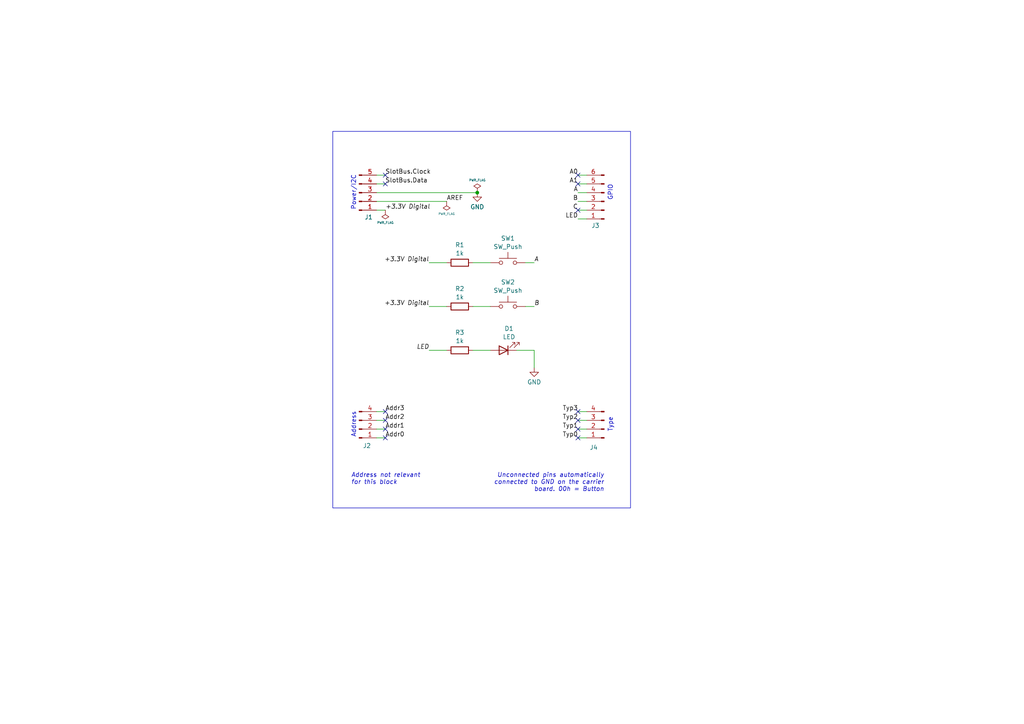
<source format=kicad_sch>
(kicad_sch (version 20250114) (generator "eeschema") (generator_version "9.0")
  (paper "A4")
  (title_block (title "Modular Music Controller / Block / Two Switches (Vertical)") (date "2025-12-01") (rev "1") (company "Dennis Schulmeister-Zimolong"))
  (lib_symbols
    (symbol "Connector:Conn_01x04_Pin" (pin_names (offset 1.016) (hide yes))
      (property "Reference" "J" (at 0 5.08 0))
      (property "Value" "Conn_01x04_Pin" (at 0 -7.62 0))
      (symbol "Conn_01x04_Pin_1_1"
        (rectangle (start 0.8636 2.667) (end 0 2.413) (stroke (width 0.1524)) (fill (type outline)))
        (rectangle (start 0.8636 0.127) (end 0 -0.127) (stroke (width 0.1524)) (fill (type outline)))
        (rectangle (start 0.8636 -2.413) (end 0 -2.667) (stroke (width 0.1524)) (fill (type outline)))
        (rectangle (start 0.8636 -4.953) (end 0 -5.207) (stroke (width 0.1524)) (fill (type outline)))
        (polyline (pts (xy 1.27 2.54) (xy 0.8636 2.54)) (stroke (width 0.1524)))
        (polyline (pts (xy 1.27 0) (xy 0.8636 0)) (stroke (width 0.1524)))
        (polyline (pts (xy 1.27 -2.54) (xy 0.8636 -2.54)) (stroke (width 0.1524)))
        (polyline (pts (xy 1.27 -5.08) (xy 0.8636 -5.08)) (stroke (width 0.1524)))
        (pin passive line (at 5.08 2.54 180) (length 3.81) (name "Pin_1") (number "1"))
        (pin passive line (at 5.08 0 180) (length 3.81) (name "Pin_2") (number "2"))
        (pin passive line (at 5.08 -2.54 180) (length 3.81) (name "Pin_3") (number "3"))
        (pin passive line (at 5.08 -5.08 180) (length 3.81) (name "Pin_4") (number "4"))
      )
    )
    (symbol "Connector:Conn_01x05_Pin" (pin_names (offset 1.016) (hide yes))
      (property "Reference" "J" (at 0 7.62 0))
      (property "Value" "Conn_01x05_Pin" (at 0 -7.62 0))
      (symbol "Conn_01x05_Pin_1_1"
        (rectangle (start 0.8636 5.207) (end 0 4.953) (stroke (width 0.1524)) (fill (type outline)))
        (rectangle (start 0.8636 2.667) (end 0 2.413) (stroke (width 0.1524)) (fill (type outline)))
        (rectangle (start 0.8636 0.127) (end 0 -0.127) (stroke (width 0.1524)) (fill (type outline)))
        (rectangle (start 0.8636 -2.413) (end 0 -2.667) (stroke (width 0.1524)) (fill (type outline)))
        (rectangle (start 0.8636 -4.953) (end 0 -5.207) (stroke (width 0.1524)) (fill (type outline)))
        (polyline (pts (xy 1.27 5.08) (xy 0.8636 5.08)) (stroke (width 0.1524)))
        (polyline (pts (xy 1.27 2.54) (xy 0.8636 2.54)) (stroke (width 0.1524)))
        (polyline (pts (xy 1.27 0) (xy 0.8636 0)) (stroke (width 0.1524)))
        (polyline (pts (xy 1.27 -2.54) (xy 0.8636 -2.54)) (stroke (width 0.1524)))
        (polyline (pts (xy 1.27 -5.08) (xy 0.8636 -5.08)) (stroke (width 0.1524)))
        (pin passive line (at 5.08 5.08 180) (length 3.81) (name "Pin_1") (number "1"))
        (pin passive line (at 5.08 2.54 180) (length 3.81) (name "Pin_2") (number "2"))
        (pin passive line (at 5.08 0 180) (length 3.81) (name "Pin_3") (number "3"))
        (pin passive line (at 5.08 -2.54 180) (length 3.81) (name "Pin_4") (number "4"))
        (pin passive line (at 5.08 -5.08 180) (length 3.81) (name "Pin_5") (number "5"))
      )
    )
    (symbol "Connector:Conn_01x06_Pin" (pin_names (offset 1.016) (hide yes))
      (property "Reference" "J" (at 0 7.62 0))
      (property "Value" "Conn_01x06_Pin" (at 0 -10.16 0))
      (symbol "Conn_01x06_Pin_1_1"
        (rectangle (start 0.8636 5.207) (end 0 4.953) (stroke (width 0.1524)) (fill (type outline)))
        (rectangle (start 0.8636 2.667) (end 0 2.413) (stroke (width 0.1524)) (fill (type outline)))
        (rectangle (start 0.8636 0.127) (end 0 -0.127) (stroke (width 0.1524)) (fill (type outline)))
        (rectangle (start 0.8636 -2.413) (end 0 -2.667) (stroke (width 0.1524)) (fill (type outline)))
        (rectangle (start 0.8636 -4.953) (end 0 -5.207) (stroke (width 0.1524)) (fill (type outline)))
        (rectangle (start 0.8636 -7.493) (end 0 -7.747) (stroke (width 0.1524)) (fill (type outline)))
        (polyline (pts (xy 1.27 5.08) (xy 0.8636 5.08)) (stroke (width 0.1524)))
        (polyline (pts (xy 1.27 2.54) (xy 0.8636 2.54)) (stroke (width 0.1524)))
        (polyline (pts (xy 1.27 0) (xy 0.8636 0)) (stroke (width 0.1524)))
        (polyline (pts (xy 1.27 -2.54) (xy 0.8636 -2.54)) (stroke (width 0.1524)))
        (polyline (pts (xy 1.27 -5.08) (xy 0.8636 -5.08)) (stroke (width 0.1524)))
        (polyline (pts (xy 1.27 -7.62) (xy 0.8636 -7.62)) (stroke (width 0.1524)))
        (pin passive line (at 5.08 5.08 180) (length 3.81) (name "Pin_1") (number "1"))
        (pin passive line (at 5.08 2.54 180) (length 3.81) (name "Pin_2") (number "2"))
        (pin passive line (at 5.08 0 180) (length 3.81) (name "Pin_3") (number "3"))
        (pin passive line (at 5.08 -2.54 180) (length 3.81) (name "Pin_4") (number "4"))
        (pin passive line (at 5.08 -5.08 180) (length 3.81) (name "Pin_5") (number "5"))
        (pin passive line (at 5.08 -7.62 180) (length 3.81) (name "Pin_6") (number "6"))
      )
    )
    (symbol "Device:LED" (pin_numbers (hide yes)) (pin_names (offset 1.016) (hide yes))
      (property "Reference" "D" (at 0 2.54 0))
      (property "Value" "LED" (at 0 -2.54 0))
      (symbol "LED_0_1"
        (polyline (pts (xy -3.048 -0.762) (xy -4.572 -2.286) (xy -3.81 -2.286) (xy -4.572 -2.286) (xy -4.572 -1.524)))
        (polyline (pts (xy -1.778 -0.762) (xy -3.302 -2.286) (xy -2.54 -2.286) (xy -3.302 -2.286) (xy -3.302 -1.524)))
        (polyline (pts (xy -1.27 0) (xy 1.27 0)))
        (polyline (pts (xy -1.27 -1.27) (xy -1.27 1.27)) (stroke (width 0.254)))
        (polyline (pts (xy 1.27 -1.27) (xy 1.27 1.27) (xy -1.27 0) (xy 1.27 -1.27)) (stroke (width 0.254)))
      )
      (symbol "LED_1_1"
        (pin passive line (at -3.81 0 0) (length 2.54) (name "K") (number "1"))
        (pin passive line (at 3.81 0 180) (length 2.54) (name "A") (number "2"))
      )
    )
    (symbol "Device:R" (pin_numbers (hide yes)) (pin_names (offset 0))
      (property "Reference" "R" (at 2.032 0 90))
      (property "Value" "R" (at 0 0 90))
      (symbol "R_0_1"
        (rectangle (start -1.016 -2.54) (end 1.016 2.54) (stroke (width 0.254)))
      )
      (symbol "R_1_1"
        (pin passive line (at 0 3.81 270) (length 1.27) (name "~") (number "1"))
        (pin passive line (at 0 -3.81 90) (length 1.27) (name "~") (number "2"))
      )
    )
    (symbol "Switch:SW_Push" (pin_numbers (hide yes)) (pin_names (offset 1.016) (hide yes))
      (property "Reference" "SW" (at 1.27 2.54 0))
      (property "Value" "SW_Push" (at 0 -1.524 0))
      (symbol "SW_Push_0_1"
        (circle (center -2.032 0) (radius 0.508))
        (polyline (pts (xy 0 1.27) (xy 0 3.048)))
        (circle (center 2.032 0) (radius 0.508))
        (polyline (pts (xy 2.54 1.27) (xy -2.54 1.27)))
        (pin passive line (at -5.08 0 0) (length 2.54) (name "1") (number "1"))
        (pin passive line (at 5.08 0 180) (length 2.54) (name "2") (number "2"))
      )
    )
    (symbol "power:GND" (power) (pin_numbers (hide yes)) (pin_names (offset 0) (hide yes))
      (property "Value" "GND" (at 0 -3.81 0))
      (symbol "GND_0_1"
        (polyline (pts (xy 0 0) (xy 0 -1.27) (xy 1.27 -1.27) (xy 0 -2.54) (xy -1.27 -1.27) (xy 0 -1.27)))
      )
      (symbol "GND_1_1"
        (pin power_in line (at 0 0 270) (length 0) (name "~") (number "1"))
      )
    )
    (symbol "power:PWR_FLAG" (power) (pin_numbers (hide yes)) (pin_names (offset 0) (hide yes))
      (property "Value" "PWR_FLAG" (at 0 3.81 0))
      (symbol "PWR_FLAG_0_0"
        (pin power_out line (at 0 0 90) (length 0) (name "~") (number "1"))
      )
      (symbol "PWR_FLAG_0_1"
        (polyline (pts (xy 0 0) (xy 0 1.27) (xy -1.016 1.905) (xy 0 2.54) (xy 1.016 1.905) (xy 0 1.27)))
      )
    )
  )
  (rectangle (start 96.52 38.1) (end 182.88 147.32))
  (text "Unconnected pins automatically\nconnected to GND on the carrier\nboard. 00h = Button" (at 175.26 137.16 0) (effects (font (size 1.27 1.27) (italic yes)) (justify right top)))
  (text "GPIO" (at 177.8 55.88 90) (effects (font (size 1.27 1.27)) (justify bottom)))
  (text "Type" (at 177.8 123.19 90) (effects (font (size 1.27 1.27)) (justify bottom)))
  (text "Address not relevant\nfor this block" (at 101.854 137.16 0) (effects (font (size 1.27 1.27) (italic yes)) (justify left top)))
  (text "Address" (at 101.854 123.19 90) (effects (font (size 1.27 1.27)) (justify top)))
  (text "Power/I2C" (at 101.854 55.88 90) (effects (font (size 1.27 1.27)) (justify top)))
  (junction (at 138.43 55.88))
  (no_connect (at 167.64 53.34))
  (no_connect (at 111.76 127))
  (no_connect (at 167.64 124.46))
  (no_connect (at 111.76 50.8))
  (no_connect (at 111.76 124.46))
  (no_connect (at 167.64 50.8))
  (no_connect (at 111.76 53.34))
  (no_connect (at 111.76 119.38))
  (no_connect (at 167.64 119.38))
  (no_connect (at 167.64 60.96))
  (no_connect (at 167.64 121.92))
  (no_connect (at 167.64 127))
  (no_connect (at 111.76 121.92))
  (wire (pts (xy 111.76 119.38) (xy 109.22 119.38)))
  (wire (pts (xy 109.22 60.96) (xy 111.76 60.96)))
  (wire (pts (xy 111.76 121.92) (xy 109.22 121.92)))
  (wire (pts (xy 167.64 124.46) (xy 170.18 124.46)))
  (wire (pts (xy 167.64 60.96) (xy 170.18 60.96)))
  (wire (pts (xy 124.46 76.2) (xy 129.54 76.2)))
  (wire (pts (xy 137.16 101.6) (xy 142.24 101.6)))
  (wire (pts (xy 111.76 124.46) (xy 109.22 124.46)))
  (wire (pts (xy 167.64 121.92) (xy 170.18 121.92)))
  (wire (pts (xy 154.94 88.9) (xy 152.4 88.9)))
  (wire (pts (xy 167.64 53.34) (xy 170.18 53.34)))
  (wire (pts (xy 167.64 127) (xy 170.18 127)))
  (wire (pts (xy 167.64 55.88) (xy 170.18 55.88)))
  (wire (pts (xy 137.16 76.2) (xy 142.24 76.2)))
  (wire (pts (xy 167.64 58.42) (xy 170.18 58.42)))
  (wire (pts (xy 109.22 55.88) (xy 138.43 55.88)))
  (wire (pts (xy 109.22 50.8) (xy 111.76 50.8)))
  (wire (pts (xy 137.16 88.9) (xy 142.24 88.9)))
  (wire (pts (xy 124.46 88.9) (xy 129.54 88.9)))
  (wire (pts (xy 109.22 58.42) (xy 129.54 58.42)))
  (wire (pts (xy 111.76 127) (xy 109.22 127)))
  (wire (pts (xy 154.94 76.2) (xy 152.4 76.2)))
  (wire (pts (xy 167.64 50.8) (xy 170.18 50.8)))
  (wire (pts (xy 124.46 101.6) (xy 129.54 101.6)))
  (wire (pts (xy 109.22 53.34) (xy 111.76 53.34)))
  (wire (pts (xy 149.86 101.6) (xy 154.94 101.6)))
  (wire (pts (xy 154.94 101.6) (xy 154.94 106.68)))
  (wire (pts (xy 167.64 119.38) (xy 170.18 119.38)))
  (wire (pts (xy 167.64 63.5) (xy 170.18 63.5)))
  (label "B" (at 167.64 58.42 180))
  (label "C" (at 167.64 60.96 180))
  (label "SlotBus.Data" (at 111.76 53.34 0))
  (label "SlotBus.Clock" (at 111.76 50.8 0))
  (label "B" (at 154.94 88.9 0) (effects (font (italic yes))))
  (label "A" (at 167.64 55.88 180))
  (label "A1" (at 167.64 53.34 180))
  (label "A0" (at 167.64 50.8 180))
  (label "LED" (at 167.64 63.5 180))
  (label "A" (at 154.94 76.2 0) (effects (font (italic yes))))
  (label "LED" (at 124.46 101.6 180) (effects (font (italic yes))))
  (label "+3.3V Digital" (at 111.76 60.96 0) (effects (font (italic yes))))
  (label "+3.3V Digital" (at 124.46 88.9 180) (effects (font (italic yes))))
  (label "Typ1" (at 167.64 124.46 180))
  (label "Typ0" (at 167.64 127 180))
  (label "Typ2" (at 167.64 121.92 180))
  (label "Typ3" (at 167.64 119.38 180))
  (label "AREF" (at 129.54 58.42 0))
  (label "Addr2" (at 111.76 121.92 0))
  (label "Addr1" (at 111.76 124.46 0))
  (label "Addr0" (at 111.76 127 0))
  (label "Addr3" (at 111.76 119.38 0))
  (label "+3.3V Digital" (at 124.46 76.2 180) (effects (font (italic yes))))
  (symbol (lib_id "Device:R") (at 133.35 101.6 90) (unit 1)
    (property "Reference" "R3" (at 133.35 96.4395 90))
    (property "Value" "1k" (at 133.35 98.8638 90))
    (property "Footprint" "Resistor_SMD:R_0402_1005Metric" (effects (hide yes)))
    (property "Description" "Resistor" (effects (hide yes)))
  )
  (symbol (lib_id "Connector:Conn_01x04_Pin") (at 175.26 124.46 180) (unit 1)
    (property "Reference" "J4" (at 172.212 129.794 0))
    (property "Value" "Samtec MTMS-104-02-T-S-100" (effects (hide yes)))
    (property "Footprint" "Connector_PinHeader_1.27mm:PinHeader_1x04_P1.27mm_Vertical" (effects (hide yes)))
    (property "Description" "Single row pin header" (effects (hide yes)))
  )
  (symbol (lib_id "Device:R") (at 133.35 88.9 90) (unit 1)
    (property "Reference" "R2" (at 133.35 83.7395 90))
    (property "Value" "1k" (at 133.35 86.1638 90))
    (property "Footprint" "Resistor_SMD:R_0402_1005Metric" (effects (hide yes)))
    (property "Description" "Resistor" (effects (hide yes)))
  )
  (symbol (lib_id "Device:LED") (at 146.05 101.6 180) (unit 1)
    (property "Reference" "D1" (at 147.6375 95.2965 0))
    (property "Value" "LED" (at 147.6375 97.7208 0))
    (property "Footprint" "LED_SMD:LED_0805_2012Metric" (effects (hide yes)))
    (property "Description" "Light emitting diode" (effects (hide yes)))
    (property "Sim.Pins" "1=K 2=A" (effects (hide yes)))
  )
  (symbol (lib_id "Connector:Conn_01x06_Pin") (at 175.26 58.42 180) (unit 1)
    (property "Reference" "J3" (at 172.72 65.4163 0))
    (property "Value" "Samtec  MTMS-106-02-T-S-100" (effects (hide yes)))
    (property "Footprint" "Connector_PinHeader_1.27mm:PinHeader_1x06_P1.27mm_Vertical" (effects (hide yes)))
    (property "Description" "Single row pin header" (effects (hide yes)))
  )
  (symbol (lib_id "Device:R") (at 133.35 76.2 90) (unit 1)
    (property "Reference" "R1" (at 133.35 71.0395 90))
    (property "Value" "1k" (at 133.35 73.4638 90))
    (property "Footprint" "Resistor_SMD:R_0402_1005Metric" (effects (hide yes)))
    (property "Description" "Resistor" (effects (hide yes)))
  )
  (symbol (lib_id "power:PWR_FLAG") (at 138.43 55.88 0) (unit 1)
    (property "Reference" "#FLG03" (effects (hide yes)))
    (property "Value" "PWR_FLAG" (at 138.43 52.2577 0) (effects (font (size 0.635 0.635) (thickness 0.0794))))
    (property "Description" "Special symbol for telling ERC where power comes from" (effects (hide yes)))
  )
  (symbol (lib_id "Switch:SW_Push") (at 147.32 88.9 0) (unit 1)
    (property "Reference" "SW2" (at 147.32 81.8345 0))
    (property "Value" "SW_Push" (at 147.32 84.2588 0))
    (property "Footprint" "Button_Switch_THT:SW_PUSH_6mm" (effects (hide yes)))
    (property "Description" "Push button switch, generic, two pins" (effects (hide yes)))
  )
  (symbol (lib_id "power:PWR_FLAG") (at 111.76 60.96 180) (unit 1)
    (property "Reference" "#FLG01" (effects (hide yes)))
    (property "Value" "PWR_FLAG" (at 111.76 64.5823 0) (effects (font (size 0.635 0.635) (thickness 0.0794))))
    (property "Description" "Special symbol for telling ERC where power comes from" (effects (hide yes)))
  )
  (symbol (lib_id "Connector:Conn_01x05_Pin") (at 104.14 55.88 0) (mirror x) (unit 1)
    (property "Reference" "J1" (at 106.934 62.992 0))
    (property "Value" "Samtec MTMS-105-02-T-S-100" (effects (hide yes)))
    (property "Footprint" "Connector_PinHeader_1.27mm:PinHeader_1x05_P1.27mm_Vertical" (effects (hide yes)))
    (property "Description" "Single row pin header" (effects (hide yes)))
  )
  (symbol (lib_id "Switch:SW_Push") (at 147.32 76.2 0) (unit 1)
    (property "Reference" "SW1" (at 147.32 69.1345 0))
    (property "Value" "SW_Push" (at 147.32 71.5588 0))
    (property "Footprint" "Button_Switch_THT:SW_PUSH_6mm" (effects (hide yes)))
    (property "Description" "Push button switch, generic, two pins" (effects (hide yes)))
  )
  (symbol (lib_id "power:GND") (at 138.43 55.88 0) (unit 1)
    (property "Reference" "#PWR01" (effects (hide yes)))
    (property "Value" "GND" (at 138.43 60.0131 0))
    (property "Description" "Power symbol creates a global label with name \"GND\" , ground" (effects (hide yes)))
  )
  (symbol (lib_id "power:PWR_FLAG") (at 129.54 58.42 180) (unit 1)
    (property "Reference" "#FLG02" (effects (hide yes)))
    (property "Value" "PWR_FLAG" (at 129.54 62.0423 0) (effects (font (size 0.635 0.635) (thickness 0.0794))))
    (property "Description" "Special symbol for telling ERC where power comes from" (effects (hide yes)))
  )
  (symbol (lib_id "power:GND") (at 154.94 106.68 0) (unit 1)
    (property "Reference" "#PWR02" (effects (hide yes)))
    (property "Value" "GND" (at 154.94 110.8131 0))
    (property "Description" "Power symbol creates a global label with name \"GND\" , ground" (effects (hide yes)))
  )
  (symbol (lib_id "Connector:Conn_01x04_Pin") (at 104.14 124.46 0) (mirror x) (unit 1)
    (property "Reference" "J2" (at 106.426 129.286 0))
    (property "Value" "Samtec MTMS-104-02-T-S-100" (effects (hide yes)))
    (property "Footprint" "Connector_PinHeader_1.27mm:PinHeader_1x04_P1.27mm_Vertical" (effects (hide yes)))
    (property "Description" "Single row pin header" (effects (hide yes)))
  )
)
</source>
